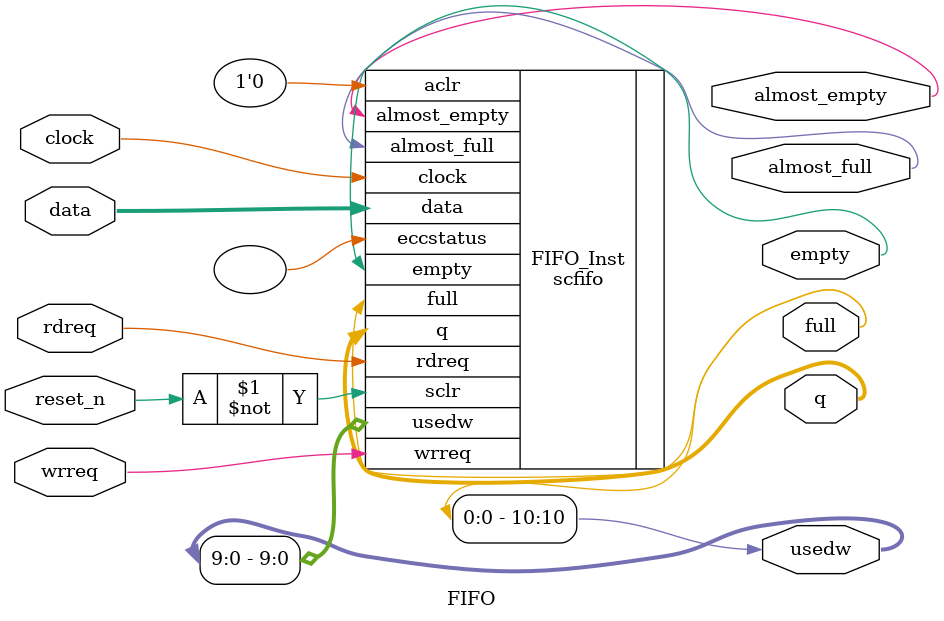
<source format=v>
`timescale 1 ns / 1 ps

////////////////////////////////////////////////
// Generic FIFO with simple parameters
////////////////////////////////////////////////

module FIFO
#(
    parameter LOG_DEPTH      = 10,
    parameter WIDTH          = 32,
    parameter ALMOSTFULL_VAL = (2**LOG_DEPTH)/2,
    parameter ALMOSTEMPTY_VAL= 1,
    parameter USE_LUTRAM     = 0,
    parameter USE_OUTREG     = 1,
    parameter DBG_ENABLE     = 0
)
(
    input                       clock,
    input                       reset_n,

    input                       wrreq,
    input [WIDTH-1:0]           data,
    output                      full,
    output                      almost_full,
    output [LOG_DEPTH:0]        usedw,

    input                       rdreq,
    output                      empty,
    output                      almost_empty,
    output [WIDTH-1:0]          q

    //output                      dbg_underflow,
    //output                      dbg_overflow
);

    scfifo FIFO_Inst
    (
        .clock          (clock),
        .sclr           (~reset_n),
        .aclr           (1'b0),

        .wrreq          (wrreq),
        .data           (data),
        .full           (full),
        .almost_full    (almost_full),
        .usedw          (usedw[LOG_DEPTH-1:0]),

        .rdreq          (rdreq),
        .empty          (empty),
        .almost_empty   (almost_empty),
        .q              (q),

		.eccstatus      ()
    );

    assign usedw[LOG_DEPTH] = full;

	defparam
		FIFO_Inst.add_ram_output_register = (USE_OUTREG == 1) ? "ON" : "OFF",
		FIFO_Inst.almost_full_value = ALMOSTFULL_VAL,
        FIFO_Inst.almost_empty_value = ALMOSTEMPTY_VAL,
		FIFO_Inst.intended_device_family = "Stratix V",
		FIFO_Inst.lpm_hint = USE_LUTRAM ? "RAM_BLOCK_TYPE=MLAB" : "RAM_BLOCK_TYPE=M20K",
		FIFO_Inst.lpm_numwords = 2**LOG_DEPTH,
		FIFO_Inst.lpm_showahead = "ON",
		FIFO_Inst.lpm_type = "scfifo",
		FIFO_Inst.lpm_width = WIDTH,
		FIFO_Inst.lpm_widthu = LOG_DEPTH,
		FIFO_Inst.overflow_checking = "OFF",
		FIFO_Inst.underflow_checking = "OFF",
		FIFO_Inst.use_eab = "ON";

    //////////////////////////////////////////////////////
    // Values for signaltap
    //////////////////////////////////////////////////////

    

    generate

        if(DBG_ENABLE) begin
            reg dbg_fifo_overflow  /* synthesis noprune */;
            reg dbg_fifo_underflow /* synthesis noprune */;

            //assign dbg_underflow = dbg_fifo_underflow;
            //assign dbg_overflow  = dbg_fifo_overflow;

            //reg dbg_fifo_overflow;
            //reg dbg_fifo_underflow;

            reg wrreq_piped;
            reg full_piped;
            reg rdreq_piped;
            reg empty_piped;

            always@(posedge clock) begin
                wrreq_piped <= wrreq;
                full_piped  <= full;
                rdreq_piped <= rdreq;
                empty_piped <= empty;
            end

            always@(posedge clock) begin
                if(reset_n) begin
                    if(wrreq_piped & full_piped & ~rdreq_piped)  dbg_fifo_overflow  <= 1'b1;
                    if(rdreq_piped & empty_piped & ~wrreq_piped) dbg_fifo_underflow <= 1'b1;
                end
                else begin
                    dbg_fifo_overflow  <= 1'b0;
                    dbg_fifo_underflow <= 1'b0;
                end
            end

            // synopsys translate off
			// coverage off
            always@(negedge clock) begin
                if(wrreq_piped & full_piped & ~rdreq_piped) begin
`ifdef CATAPULT_DV_ENABLE
                    $error("[FIFO] overflow!, File: %s Line: %d", `__FILE__, `__LINE__);
`else
                    $display("[FIFO] overflow!");
                    $finish(0);
`endif
                end
                if(rdreq_piped & empty_piped & ~wrreq_piped) begin
`ifdef CATAPULT_DV_ENABLE
                    $error("[FIFO] underflow!, File: %s Line: %d", `__FILE__, `__LINE__);
`else
                    $display("[FIFO] underflow!");
                    $finish(0);
`endif
                end
            end
			// coverage on
            // synopsys translate on

        end
        else begin
            //assign dbg_underflow = 1'b0;
            //assign dbg_overflow  = 1'b0;
        end

    endgenerate

endmodule

</source>
